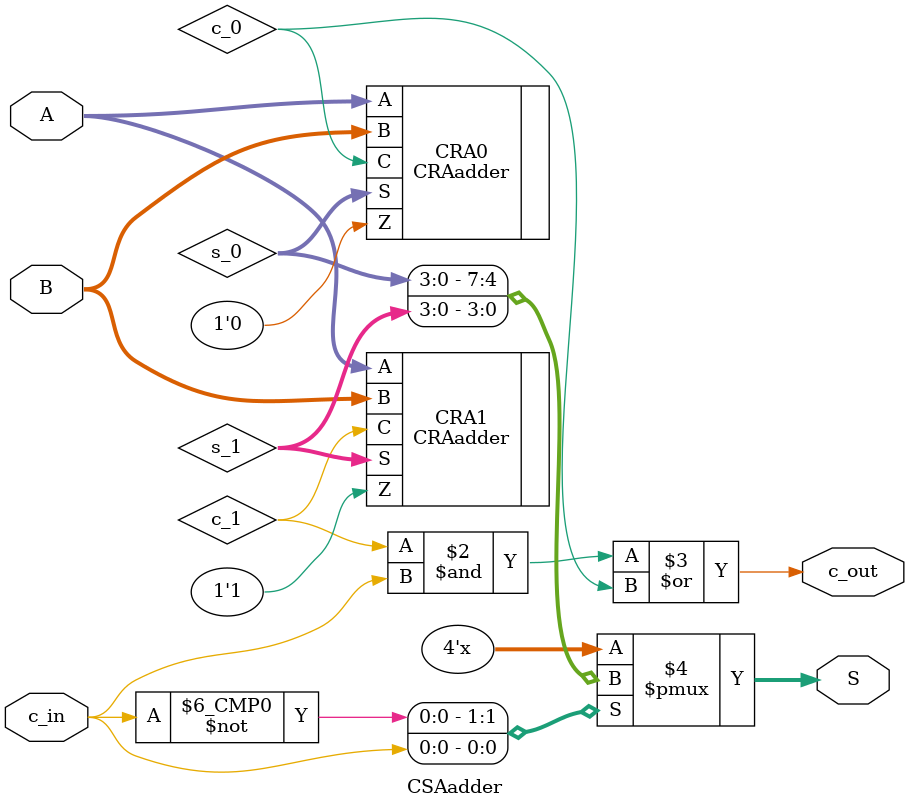
<source format=sv>
module CSAadder(
	input[3:0] A,B,
	input c_in,
	output logic[3:0] S,
	output logic c_out);
	
	logic[3:0] s_1,s_0;
	logic c_1,c_0;
	//CSA adder contains to CRA module, one with carry in 0 another is 1
	CRAadder CRA0(.A(A), .B(B), .Z(1'b0), .S(s_0), .C(c_0));
	CRAadder CRA1(.A(A), .B(B), .Z(1'b1), .S(s_1), .C(c_1));
	
	always_comb
	begin
	//MUX to choose the result
		case(c_in)
			1'b0: S = s_0;
			1'b1: S = s_1;
		endcase
	c_out = (c_1 & c_in) | c_0;
	end
endmodule

</source>
